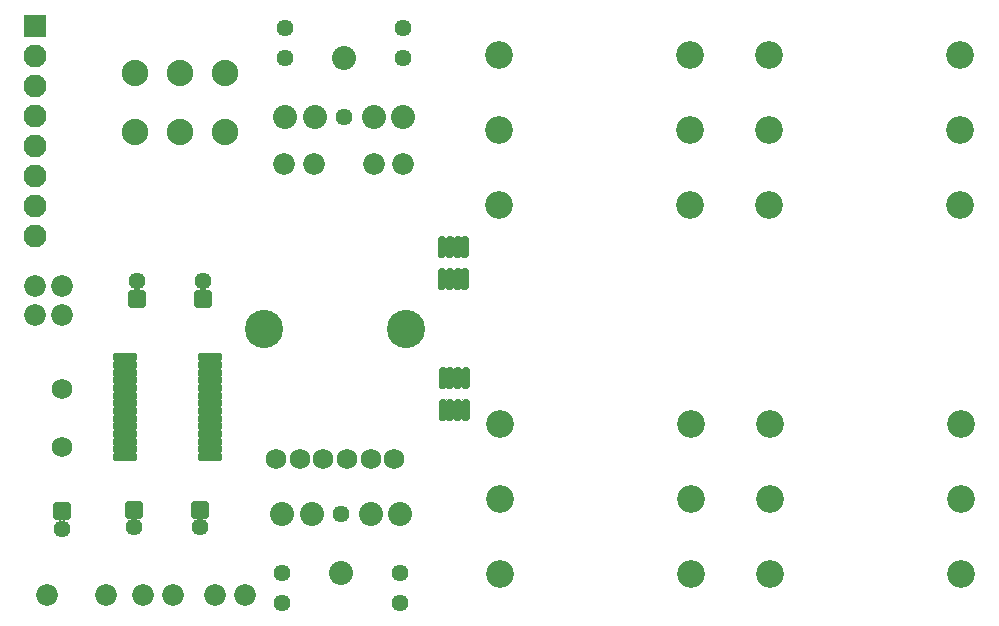
<source format=gbr>
%TF.GenerationSoftware,KiCad,Pcbnew,(5.99.0-11640-gb6664eecf2)*%
%TF.CreationDate,2021-09-02T00:48:37+05:30*%
%TF.ProjectId,AudioInterface,41756469-6f49-46e7-9465-72666163652e,rev?*%
%TF.SameCoordinates,Original*%
%TF.FileFunction,Soldermask,Top*%
%TF.FilePolarity,Negative*%
%FSLAX46Y46*%
G04 Gerber Fmt 4.6, Leading zero omitted, Abs format (unit mm)*
G04 Created by KiCad (PCBNEW (5.99.0-11640-gb6664eecf2)) date 2021-09-02 00:48:37*
%MOMM*%
%LPD*%
G01*
G04 APERTURE LIST*
G04 Aperture macros list*
%AMRoundRect*
0 Rectangle with rounded corners*
0 $1 Rounding radius*
0 $2 $3 $4 $5 $6 $7 $8 $9 X,Y pos of 4 corners*
0 Add a 4 corners polygon primitive as box body*
4,1,4,$2,$3,$4,$5,$6,$7,$8,$9,$2,$3,0*
0 Add four circle primitives for the rounded corners*
1,1,$1+$1,$2,$3*
1,1,$1+$1,$4,$5*
1,1,$1+$1,$6,$7*
1,1,$1+$1,$8,$9*
0 Add four rect primitives between the rounded corners*
20,1,$1+$1,$2,$3,$4,$5,0*
20,1,$1+$1,$4,$5,$6,$7,0*
20,1,$1+$1,$6,$7,$8,$9,0*
20,1,$1+$1,$8,$9,$2,$3,0*%
G04 Aperture macros list end*
%ADD10C,2.240000*%
%ADD11RoundRect,0.120000X-0.850000X-0.850000X0.850000X-0.850000X0.850000X0.850000X-0.850000X0.850000X0*%
%ADD12O,1.940000X1.940000*%
%ADD13C,2.340000*%
%ADD14C,1.840000*%
%ADD15RoundRect,0.120000X-0.875000X-0.225000X0.875000X-0.225000X0.875000X0.225000X-0.875000X0.225000X0*%
%ADD16C,1.740000*%
%ADD17C,1.440000*%
%ADD18C,2.040000*%
%ADD19RoundRect,0.120000X0.200000X-0.780000X0.200000X0.780000X-0.200000X0.780000X-0.200000X-0.780000X0*%
%ADD20C,3.240000*%
%ADD21RoundRect,0.120000X0.600000X-0.600000X0.600000X0.600000X-0.600000X0.600000X-0.600000X-0.600000X0*%
%ADD22RoundRect,0.120000X-0.600000X0.600000X-0.600000X-0.600000X0.600000X-0.600000X0.600000X0.600000X0*%
G04 APERTURE END LIST*
D10*
%TO.C,J4*%
X153265000Y-57930000D03*
X153265000Y-52930000D03*
X149455000Y-57930000D03*
X149455000Y-52930000D03*
X145645000Y-52930000D03*
X145645000Y-57930000D03*
%TD*%
D11*
%TO.C,J8*%
X137162000Y-48990000D03*
D12*
X137162000Y-51530000D03*
X137162000Y-54070000D03*
X137162000Y-56610000D03*
X137162000Y-59150000D03*
X137162000Y-61690000D03*
X137162000Y-64230000D03*
X137162000Y-66770000D03*
%TD*%
D13*
%TO.C,J2*%
X192720000Y-88990000D03*
X176490000Y-88990000D03*
X192720000Y-95340000D03*
X176490000Y-95340000D03*
X192720000Y-82640000D03*
X176490000Y-82640000D03*
%TD*%
D14*
%TO.C,C12*%
X168308000Y-60674000D03*
X165808000Y-60674000D03*
%TD*%
%TO.C,C11*%
X158264000Y-60674000D03*
X160764000Y-60674000D03*
%TD*%
D15*
%TO.C,U1*%
X144738000Y-77023000D03*
X144738000Y-77673000D03*
X144738000Y-78323000D03*
X144738000Y-78973000D03*
X144738000Y-79623000D03*
X144738000Y-80273000D03*
X144738000Y-80923000D03*
X144738000Y-81573000D03*
X144738000Y-82223000D03*
X144738000Y-82873000D03*
X144738000Y-83523000D03*
X144738000Y-84173000D03*
X144738000Y-84823000D03*
X144738000Y-85473000D03*
X151938000Y-85473000D03*
X151938000Y-84823000D03*
X151938000Y-84173000D03*
X151938000Y-83523000D03*
X151938000Y-82873000D03*
X151938000Y-82223000D03*
X151938000Y-81573000D03*
X151938000Y-80923000D03*
X151938000Y-80273000D03*
X151938000Y-79623000D03*
X151938000Y-78973000D03*
X151938000Y-78323000D03*
X151938000Y-77673000D03*
X151938000Y-77023000D03*
%TD*%
D16*
%TO.C,Y1*%
X139448000Y-79687000D03*
X139448000Y-84587000D03*
%TD*%
D14*
%TO.C,C4*%
X139448000Y-70981000D03*
X139448000Y-73481000D03*
%TD*%
D13*
%TO.C,J5*%
X199250000Y-57780000D03*
X215480000Y-57780000D03*
X199250000Y-51430000D03*
X215480000Y-51430000D03*
X199250000Y-64130000D03*
X215480000Y-64130000D03*
%TD*%
D17*
%TO.C,J3*%
X168075000Y-95290000D03*
X163075000Y-90290000D03*
X158075000Y-95290000D03*
X158075000Y-97790000D03*
X168075000Y-97790000D03*
D18*
X158075000Y-90290000D03*
X160575000Y-90290000D03*
X163075000Y-95290000D03*
X168075000Y-90290000D03*
X165575000Y-90290000D03*
%TD*%
D19*
%TO.C,U3*%
X171615000Y-70406000D03*
X172265000Y-70406000D03*
X172925000Y-70406000D03*
X173575000Y-70406000D03*
X173575000Y-67706000D03*
X172925000Y-67706000D03*
X172265000Y-67706000D03*
X171615000Y-67706000D03*
%TD*%
D13*
%TO.C,J1*%
X215580000Y-88990000D03*
X199350000Y-88990000D03*
X215580000Y-95340000D03*
X199350000Y-95340000D03*
X215580000Y-82640000D03*
X199350000Y-82640000D03*
%TD*%
D14*
%TO.C,C1*%
X143142000Y-97123000D03*
X138142000Y-97123000D03*
%TD*%
D20*
%TO.C,RV1*%
X156562000Y-74599000D03*
X168562000Y-74599000D03*
D16*
X161562000Y-85599000D03*
X163562000Y-85599000D03*
X165562000Y-85599000D03*
X159562000Y-85599000D03*
X157562000Y-85599000D03*
X167562000Y-85599000D03*
%TD*%
D21*
%TO.C,C9*%
X145798000Y-72064600D03*
D17*
X145798000Y-70564600D03*
%TD*%
D14*
%TO.C,C3*%
X137162000Y-73481000D03*
X137162000Y-70981000D03*
%TD*%
D17*
%TO.C,J7*%
X168330000Y-49140000D03*
X158330000Y-51640000D03*
X168330000Y-51640000D03*
X163330000Y-56640000D03*
X158330000Y-49140000D03*
D18*
X168330000Y-56640000D03*
X165830000Y-56640000D03*
X163330000Y-51640000D03*
X158330000Y-56640000D03*
X160830000Y-56640000D03*
%TD*%
D22*
%TO.C,C8*%
X151132000Y-89923401D03*
D17*
X151132000Y-91423401D03*
%TD*%
D22*
%TO.C,C2*%
X139448000Y-90050401D03*
D17*
X139448000Y-91550401D03*
%TD*%
D13*
%TO.C,J6*%
X176390000Y-57780000D03*
X192620000Y-57780000D03*
X176390000Y-51430000D03*
X192620000Y-51430000D03*
X176390000Y-64130000D03*
X192620000Y-64130000D03*
%TD*%
D22*
%TO.C,C7*%
X145544000Y-89923401D03*
D17*
X145544000Y-91423401D03*
%TD*%
D14*
%TO.C,C5*%
X148826000Y-97123000D03*
X146326000Y-97123000D03*
%TD*%
%TO.C,C6*%
X154922000Y-97123000D03*
X152422000Y-97123000D03*
%TD*%
D21*
%TO.C,C10*%
X151386000Y-72064600D03*
D17*
X151386000Y-70564600D03*
%TD*%
D19*
%TO.C,U2*%
X171666000Y-81455000D03*
X172316000Y-81455000D03*
X172976000Y-81455000D03*
X173626000Y-81455000D03*
X173626000Y-78755000D03*
X172976000Y-78755000D03*
X172316000Y-78755000D03*
X171666000Y-78755000D03*
%TD*%
G36*
X139738459Y-90769401D02*
G01*
X139738459Y-90771401D01*
X139737492Y-90772249D01*
X139695834Y-90789504D01*
X139678895Y-90830399D01*
X139695908Y-90871473D01*
X139716233Y-90884321D01*
X139717162Y-90886092D01*
X139716094Y-90887783D01*
X139714493Y-90887896D01*
X139611954Y-90851384D01*
X139453012Y-90832432D01*
X139293823Y-90849163D01*
X139178429Y-90888446D01*
X139176467Y-90888058D01*
X139175822Y-90886165D01*
X139176464Y-90885050D01*
X139209606Y-90855934D01*
X139212464Y-90811763D01*
X139183126Y-90778368D01*
X139157262Y-90772349D01*
X139155801Y-90770982D01*
X139156255Y-90769034D01*
X139157715Y-90768401D01*
X139736727Y-90768401D01*
X139738459Y-90769401D01*
G37*
G36*
X145834459Y-90642401D02*
G01*
X145834459Y-90644401D01*
X145833492Y-90645249D01*
X145791834Y-90662504D01*
X145774895Y-90703399D01*
X145791908Y-90744473D01*
X145812233Y-90757321D01*
X145813162Y-90759092D01*
X145812094Y-90760783D01*
X145810493Y-90760896D01*
X145707954Y-90724384D01*
X145549012Y-90705432D01*
X145389823Y-90722163D01*
X145274429Y-90761446D01*
X145272467Y-90761058D01*
X145271822Y-90759165D01*
X145272464Y-90758050D01*
X145305606Y-90728934D01*
X145308464Y-90684763D01*
X145279126Y-90651368D01*
X145253262Y-90645349D01*
X145251801Y-90643982D01*
X145252255Y-90642034D01*
X145253715Y-90641401D01*
X145832727Y-90641401D01*
X145834459Y-90642401D01*
G37*
G36*
X151422459Y-90642401D02*
G01*
X151422459Y-90644401D01*
X151421492Y-90645249D01*
X151379834Y-90662504D01*
X151362895Y-90703399D01*
X151379908Y-90744473D01*
X151400233Y-90757321D01*
X151401162Y-90759092D01*
X151400094Y-90760783D01*
X151398493Y-90760896D01*
X151295954Y-90724384D01*
X151137012Y-90705432D01*
X150977823Y-90722163D01*
X150862429Y-90761446D01*
X150860467Y-90761058D01*
X150859822Y-90759165D01*
X150860464Y-90758050D01*
X150893606Y-90728934D01*
X150896464Y-90684763D01*
X150867126Y-90651368D01*
X150841262Y-90645349D01*
X150839801Y-90643982D01*
X150840255Y-90642034D01*
X150841715Y-90641401D01*
X151420727Y-90641401D01*
X151422459Y-90642401D01*
G37*
G36*
X173263637Y-80590988D02*
G01*
X173268446Y-80594201D01*
X173312502Y-80602964D01*
X173333386Y-80594313D01*
X173338363Y-80590988D01*
X173340359Y-80590857D01*
X173341470Y-80592520D01*
X173341137Y-80593762D01*
X173317019Y-80629857D01*
X173308000Y-80675199D01*
X173308000Y-82234801D01*
X173317019Y-82280143D01*
X173341137Y-82316238D01*
X173341268Y-82318234D01*
X173339605Y-82319345D01*
X173338363Y-82319012D01*
X173333554Y-82315799D01*
X173289498Y-82307036D01*
X173268614Y-82315687D01*
X173263637Y-82319012D01*
X173261641Y-82319143D01*
X173260530Y-82317480D01*
X173260863Y-82316238D01*
X173284981Y-82280143D01*
X173294000Y-82234801D01*
X173294000Y-80675199D01*
X173284981Y-80629857D01*
X173260863Y-80593762D01*
X173260732Y-80591766D01*
X173262395Y-80590655D01*
X173263637Y-80590988D01*
G37*
G36*
X172603637Y-80590988D02*
G01*
X172609394Y-80594835D01*
X172609779Y-80594258D01*
X172611572Y-80593373D01*
X172612553Y-80593706D01*
X172634719Y-80608516D01*
X172678351Y-80599835D01*
X172684711Y-80593475D01*
X172685014Y-80593226D01*
X172688362Y-80590989D01*
X172690358Y-80590858D01*
X172691469Y-80592521D01*
X172691136Y-80593763D01*
X172667019Y-80629857D01*
X172658000Y-80675199D01*
X172658000Y-82234801D01*
X172667019Y-82280143D01*
X172691137Y-82316238D01*
X172691268Y-82318234D01*
X172689605Y-82319345D01*
X172688363Y-82319012D01*
X172682606Y-82315165D01*
X172682221Y-82315742D01*
X172680428Y-82316627D01*
X172679447Y-82316294D01*
X172657281Y-82301484D01*
X172613649Y-82310165D01*
X172607289Y-82316525D01*
X172606986Y-82316774D01*
X172603638Y-82319011D01*
X172601642Y-82319142D01*
X172600531Y-82317479D01*
X172600864Y-82316237D01*
X172624981Y-82280143D01*
X172634000Y-82234801D01*
X172634000Y-80675199D01*
X172624981Y-80629857D01*
X172600863Y-80593762D01*
X172600732Y-80591766D01*
X172602395Y-80590655D01*
X172603637Y-80590988D01*
G37*
G36*
X171953637Y-80590988D02*
G01*
X171958446Y-80594201D01*
X172002502Y-80602964D01*
X172023386Y-80594313D01*
X172028363Y-80590988D01*
X172030359Y-80590857D01*
X172031470Y-80592520D01*
X172031137Y-80593762D01*
X172007019Y-80629857D01*
X171998000Y-80675199D01*
X171998000Y-82234801D01*
X172007019Y-82280143D01*
X172031137Y-82316238D01*
X172031268Y-82318234D01*
X172029605Y-82319345D01*
X172028363Y-82319012D01*
X172023554Y-82315799D01*
X171979498Y-82307036D01*
X171958614Y-82315687D01*
X171953637Y-82319012D01*
X171951641Y-82319143D01*
X171950530Y-82317480D01*
X171950863Y-82316238D01*
X171974981Y-82280143D01*
X171984000Y-82234801D01*
X171984000Y-80675199D01*
X171974981Y-80629857D01*
X171950863Y-80593762D01*
X171950732Y-80591766D01*
X171952395Y-80590655D01*
X171953637Y-80590988D01*
G37*
G36*
X173263637Y-77890988D02*
G01*
X173268446Y-77894201D01*
X173312502Y-77902964D01*
X173333386Y-77894313D01*
X173338363Y-77890988D01*
X173340359Y-77890857D01*
X173341470Y-77892520D01*
X173341137Y-77893762D01*
X173317019Y-77929857D01*
X173308000Y-77975199D01*
X173308000Y-79534801D01*
X173317019Y-79580143D01*
X173341137Y-79616238D01*
X173341268Y-79618234D01*
X173339605Y-79619345D01*
X173338363Y-79619012D01*
X173333554Y-79615799D01*
X173289498Y-79607036D01*
X173268614Y-79615687D01*
X173263637Y-79619012D01*
X173261641Y-79619143D01*
X173260530Y-79617480D01*
X173260863Y-79616238D01*
X173284981Y-79580143D01*
X173294000Y-79534801D01*
X173294000Y-77975199D01*
X173284981Y-77929857D01*
X173260863Y-77893762D01*
X173260732Y-77891766D01*
X173262395Y-77890655D01*
X173263637Y-77890988D01*
G37*
G36*
X171953637Y-77890988D02*
G01*
X171958446Y-77894201D01*
X172002502Y-77902964D01*
X172023386Y-77894313D01*
X172028363Y-77890988D01*
X172030359Y-77890857D01*
X172031470Y-77892520D01*
X172031137Y-77893762D01*
X172007019Y-77929857D01*
X171998000Y-77975199D01*
X171998000Y-79534801D01*
X172007019Y-79580143D01*
X172031137Y-79616238D01*
X172031268Y-79618234D01*
X172029605Y-79619345D01*
X172028363Y-79619012D01*
X172023554Y-79615799D01*
X171979498Y-79607036D01*
X171958614Y-79615687D01*
X171953637Y-79619012D01*
X171951641Y-79619143D01*
X171950530Y-79617480D01*
X171950863Y-79616238D01*
X171974981Y-79580143D01*
X171984000Y-79534801D01*
X171984000Y-77975199D01*
X171974981Y-77929857D01*
X171950863Y-77893762D01*
X171950732Y-77891766D01*
X171952395Y-77890655D01*
X171953637Y-77890988D01*
G37*
G36*
X172603637Y-77890988D02*
G01*
X172609394Y-77894835D01*
X172609779Y-77894258D01*
X172611572Y-77893373D01*
X172612553Y-77893706D01*
X172634719Y-77908516D01*
X172678351Y-77899835D01*
X172684711Y-77893475D01*
X172685014Y-77893226D01*
X172688362Y-77890989D01*
X172690358Y-77890858D01*
X172691469Y-77892521D01*
X172691136Y-77893763D01*
X172667019Y-77929857D01*
X172658000Y-77975199D01*
X172658000Y-79534801D01*
X172667019Y-79580143D01*
X172691137Y-79616238D01*
X172691268Y-79618234D01*
X172689605Y-79619345D01*
X172688363Y-79619012D01*
X172682606Y-79615165D01*
X172682221Y-79615742D01*
X172680428Y-79616627D01*
X172679447Y-79616294D01*
X172657281Y-79601484D01*
X172613649Y-79610165D01*
X172607289Y-79616525D01*
X172606986Y-79616774D01*
X172603638Y-79619011D01*
X172601642Y-79619142D01*
X172600531Y-79617479D01*
X172600864Y-79616237D01*
X172624981Y-79580143D01*
X172634000Y-79534801D01*
X172634000Y-77975199D01*
X172624981Y-77929857D01*
X172600863Y-77893762D01*
X172600732Y-77891766D01*
X172602395Y-77890655D01*
X172603637Y-77890988D01*
G37*
G36*
X151660518Y-71226687D02*
G01*
X151661136Y-71228589D01*
X151660479Y-71229694D01*
X151626932Y-71258345D01*
X151623460Y-71302473D01*
X151652323Y-71336268D01*
X151678930Y-71342655D01*
X151680381Y-71344032D01*
X151679914Y-71345977D01*
X151678463Y-71346600D01*
X151098275Y-71346600D01*
X151096543Y-71345600D01*
X151096543Y-71343600D01*
X151097510Y-71342752D01*
X151139168Y-71325497D01*
X151156107Y-71284602D01*
X151139091Y-71243520D01*
X151119583Y-71230997D01*
X151118665Y-71229220D01*
X151119746Y-71227537D01*
X151121360Y-71227439D01*
X151212306Y-71261261D01*
X151370961Y-71282430D01*
X151530373Y-71267922D01*
X151658562Y-71226271D01*
X151660518Y-71226687D01*
G37*
G36*
X146072518Y-71226687D02*
G01*
X146073136Y-71228589D01*
X146072479Y-71229694D01*
X146038932Y-71258345D01*
X146035460Y-71302473D01*
X146064323Y-71336268D01*
X146090930Y-71342655D01*
X146092381Y-71344032D01*
X146091914Y-71345977D01*
X146090463Y-71346600D01*
X145510275Y-71346600D01*
X145508543Y-71345600D01*
X145508543Y-71343600D01*
X145509510Y-71342752D01*
X145551168Y-71325497D01*
X145568107Y-71284602D01*
X145551091Y-71243520D01*
X145531583Y-71230997D01*
X145530665Y-71229220D01*
X145531746Y-71227537D01*
X145533360Y-71227439D01*
X145624306Y-71261261D01*
X145782961Y-71282430D01*
X145942373Y-71267922D01*
X146070562Y-71226271D01*
X146072518Y-71226687D01*
G37*
G36*
X171902637Y-69541988D02*
G01*
X171907446Y-69545201D01*
X171951502Y-69553964D01*
X171972386Y-69545313D01*
X171977363Y-69541988D01*
X171979359Y-69541857D01*
X171980470Y-69543520D01*
X171980137Y-69544762D01*
X171956019Y-69580857D01*
X171947000Y-69626199D01*
X171947000Y-71185801D01*
X171956019Y-71231143D01*
X171980137Y-71267238D01*
X171980268Y-71269234D01*
X171978605Y-71270345D01*
X171977363Y-71270012D01*
X171972554Y-71266799D01*
X171928498Y-71258036D01*
X171907614Y-71266687D01*
X171902637Y-71270012D01*
X171900641Y-71270143D01*
X171899530Y-71268480D01*
X171899863Y-71267238D01*
X171923981Y-71231143D01*
X171933000Y-71185801D01*
X171933000Y-69626199D01*
X171923981Y-69580857D01*
X171899863Y-69544762D01*
X171899732Y-69542766D01*
X171901395Y-69541655D01*
X171902637Y-69541988D01*
G37*
G36*
X173212637Y-69541988D02*
G01*
X173217446Y-69545201D01*
X173261502Y-69553964D01*
X173282386Y-69545313D01*
X173287363Y-69541988D01*
X173289359Y-69541857D01*
X173290470Y-69543520D01*
X173290137Y-69544762D01*
X173266019Y-69580857D01*
X173257000Y-69626199D01*
X173257000Y-71185801D01*
X173266019Y-71231143D01*
X173290137Y-71267238D01*
X173290268Y-71269234D01*
X173288605Y-71270345D01*
X173287363Y-71270012D01*
X173282554Y-71266799D01*
X173238498Y-71258036D01*
X173217614Y-71266687D01*
X173212637Y-71270012D01*
X173210641Y-71270143D01*
X173209530Y-71268480D01*
X173209863Y-71267238D01*
X173233981Y-71231143D01*
X173243000Y-71185801D01*
X173243000Y-69626199D01*
X173233981Y-69580857D01*
X173209863Y-69544762D01*
X173209732Y-69542766D01*
X173211395Y-69541655D01*
X173212637Y-69541988D01*
G37*
G36*
X172552637Y-69541988D02*
G01*
X172558394Y-69545835D01*
X172558779Y-69545258D01*
X172560572Y-69544373D01*
X172561553Y-69544706D01*
X172583719Y-69559516D01*
X172627351Y-69550835D01*
X172633711Y-69544475D01*
X172634014Y-69544226D01*
X172637362Y-69541989D01*
X172639358Y-69541858D01*
X172640469Y-69543521D01*
X172640136Y-69544763D01*
X172616019Y-69580857D01*
X172607000Y-69626199D01*
X172607000Y-71185801D01*
X172616019Y-71231143D01*
X172640137Y-71267238D01*
X172640268Y-71269234D01*
X172638605Y-71270345D01*
X172637363Y-71270012D01*
X172631606Y-71266165D01*
X172631221Y-71266742D01*
X172629428Y-71267627D01*
X172628447Y-71267294D01*
X172606281Y-71252484D01*
X172562649Y-71261165D01*
X172556289Y-71267525D01*
X172555986Y-71267774D01*
X172552638Y-71270011D01*
X172550642Y-71270142D01*
X172549531Y-71268479D01*
X172549864Y-71267237D01*
X172573981Y-71231143D01*
X172583000Y-71185801D01*
X172583000Y-69626199D01*
X172573981Y-69580857D01*
X172549863Y-69544762D01*
X172549732Y-69542766D01*
X172551395Y-69541655D01*
X172552637Y-69541988D01*
G37*
G36*
X171902637Y-66841988D02*
G01*
X171907446Y-66845201D01*
X171951502Y-66853964D01*
X171972386Y-66845313D01*
X171977363Y-66841988D01*
X171979359Y-66841857D01*
X171980470Y-66843520D01*
X171980137Y-66844762D01*
X171956019Y-66880857D01*
X171947000Y-66926199D01*
X171947000Y-68485801D01*
X171956019Y-68531143D01*
X171980137Y-68567238D01*
X171980268Y-68569234D01*
X171978605Y-68570345D01*
X171977363Y-68570012D01*
X171972554Y-68566799D01*
X171928498Y-68558036D01*
X171907614Y-68566687D01*
X171902637Y-68570012D01*
X171900641Y-68570143D01*
X171899530Y-68568480D01*
X171899863Y-68567238D01*
X171923981Y-68531143D01*
X171933000Y-68485801D01*
X171933000Y-66926199D01*
X171923981Y-66880857D01*
X171899863Y-66844762D01*
X171899732Y-66842766D01*
X171901395Y-66841655D01*
X171902637Y-66841988D01*
G37*
G36*
X173212637Y-66841988D02*
G01*
X173217446Y-66845201D01*
X173261502Y-66853964D01*
X173282386Y-66845313D01*
X173287363Y-66841988D01*
X173289359Y-66841857D01*
X173290470Y-66843520D01*
X173290137Y-66844762D01*
X173266019Y-66880857D01*
X173257000Y-66926199D01*
X173257000Y-68485801D01*
X173266019Y-68531143D01*
X173290137Y-68567238D01*
X173290268Y-68569234D01*
X173288605Y-68570345D01*
X173287363Y-68570012D01*
X173282554Y-68566799D01*
X173238498Y-68558036D01*
X173217614Y-68566687D01*
X173212637Y-68570012D01*
X173210641Y-68570143D01*
X173209530Y-68568480D01*
X173209863Y-68567238D01*
X173233981Y-68531143D01*
X173243000Y-68485801D01*
X173243000Y-66926199D01*
X173233981Y-66880857D01*
X173209863Y-66844762D01*
X173209732Y-66842766D01*
X173211395Y-66841655D01*
X173212637Y-66841988D01*
G37*
G36*
X172552637Y-66841988D02*
G01*
X172558394Y-66845835D01*
X172558779Y-66845258D01*
X172560572Y-66844373D01*
X172561553Y-66844706D01*
X172583719Y-66859516D01*
X172627351Y-66850835D01*
X172633711Y-66844475D01*
X172634014Y-66844226D01*
X172637362Y-66841989D01*
X172639358Y-66841858D01*
X172640469Y-66843521D01*
X172640136Y-66844763D01*
X172616019Y-66880857D01*
X172607000Y-66926199D01*
X172607000Y-68485801D01*
X172616019Y-68531143D01*
X172640137Y-68567238D01*
X172640268Y-68569234D01*
X172638605Y-68570345D01*
X172637363Y-68570012D01*
X172631606Y-68566165D01*
X172631221Y-68566742D01*
X172629428Y-68567627D01*
X172628447Y-68567294D01*
X172606281Y-68552484D01*
X172562649Y-68561165D01*
X172556289Y-68567525D01*
X172555986Y-68567774D01*
X172552638Y-68570011D01*
X172550642Y-68570142D01*
X172549531Y-68568479D01*
X172549864Y-68567237D01*
X172573981Y-68531143D01*
X172583000Y-68485801D01*
X172583000Y-66926199D01*
X172573981Y-66880857D01*
X172549863Y-66844762D01*
X172549732Y-66842766D01*
X172551395Y-66841655D01*
X172552637Y-66841988D01*
G37*
M02*

</source>
